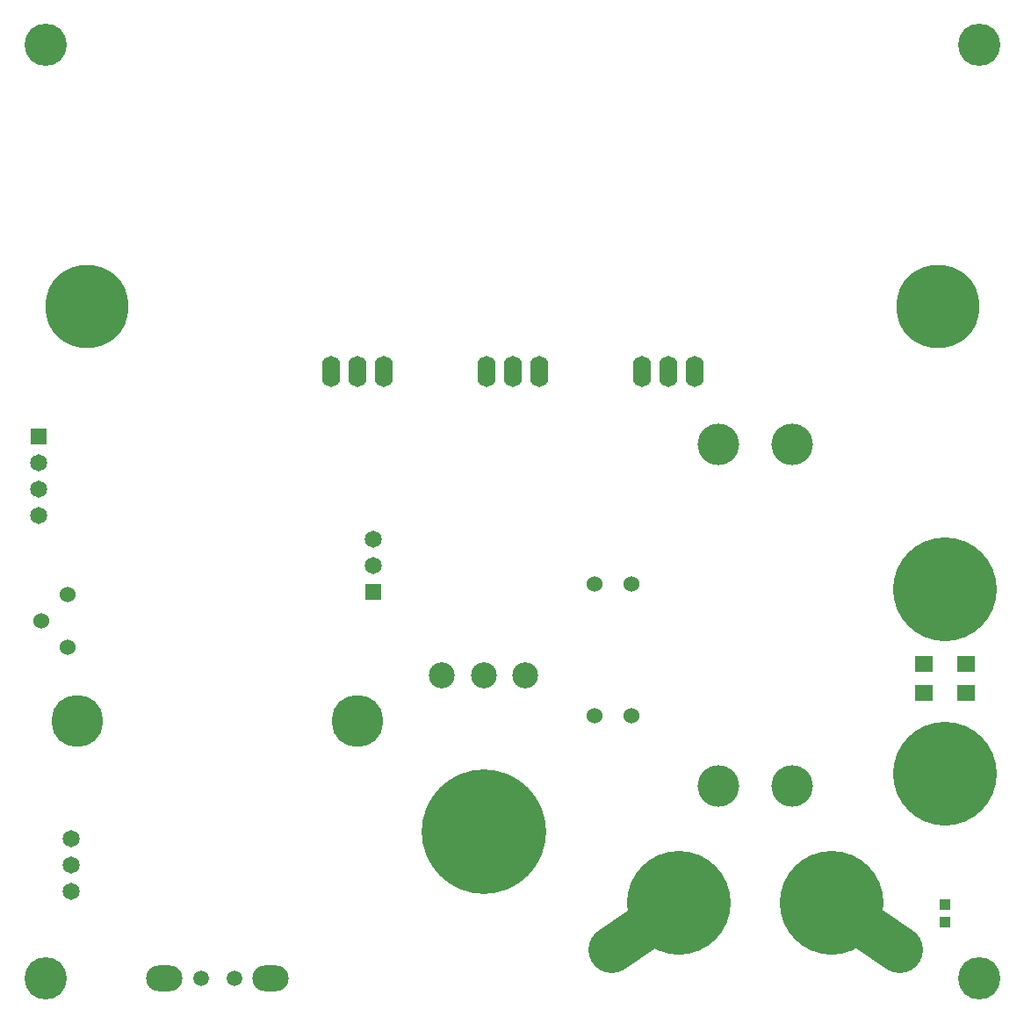
<source format=gbs>
G04 (created by PCBNEW (2013-02-09 BZR 3938)-testing) date Mon 11 Feb 2013 05:07:41 PM CET*
%MOIN*%
G04 Gerber Fmt 3.4, Leading zero omitted, Abs format*
%FSLAX34Y34*%
G01*
G70*
G90*
G04 APERTURE LIST*
%ADD10C,2.3622e-06*%
%ADD11C,0.1969*%
%ADD12O,0.1378X0.0984*%
%ADD13C,0.0591*%
%ADD14C,0.06*%
%ADD15C,0.3937*%
%ADD16C,0.1772*%
%ADD17C,0.315*%
%ADD18C,0.4724*%
%ADD19C,0.0984*%
%ADD20C,0.16*%
%ADD21C,0.1575*%
%ADD22R,0.0433X0.0393*%
%ADD23O,0.0689X0.1181*%
%ADD24R,0.0708X0.0629*%
%ADD25C,0.065*%
%ADD26R,0.0649606X0.0649606*%
%ADD27C,0.0649606*%
G04 APERTURE END LIST*
G54D10*
G54D11*
X51215Y-41000D03*
X40585Y-41000D03*
G54D12*
X47908Y-50764D03*
X43892Y-50764D03*
G54D13*
X46530Y-50764D03*
X45270Y-50764D03*
G54D14*
X40200Y-36200D03*
X39200Y-37200D03*
X40200Y-38200D03*
G54D15*
X69200Y-47900D03*
G54D16*
X70635Y-48904D02*
X71763Y-49695D01*
G54D15*
X63400Y-47900D03*
G54D16*
X61964Y-48904D02*
X60836Y-49695D01*
G54D17*
X73242Y-25290D03*
X40958Y-25290D03*
G54D18*
X56000Y-45200D03*
G54D19*
X56000Y-39294D03*
X54425Y-39294D03*
X57575Y-39294D03*
G54D20*
X39370Y-15354D03*
X74803Y-15354D03*
X39370Y-50787D03*
X74803Y-50787D03*
G54D15*
X73500Y-36000D03*
X73500Y-43000D03*
G54D21*
X67700Y-30504D03*
X67700Y-43496D03*
X64900Y-30504D03*
X64900Y-43496D03*
G54D22*
X73500Y-47966D03*
X73500Y-48634D03*
G54D23*
X51200Y-27750D03*
X52200Y-27750D03*
X50200Y-27750D03*
X63000Y-27750D03*
X64000Y-27750D03*
X62000Y-27750D03*
G54D24*
X72700Y-38849D03*
X72700Y-39951D03*
X74300Y-38849D03*
X74300Y-39951D03*
G54D23*
X57100Y-27750D03*
X58100Y-27750D03*
X56100Y-27750D03*
G54D14*
X60200Y-40800D03*
X60200Y-35800D03*
X61600Y-40800D03*
X61600Y-35800D03*
G54D25*
X40354Y-46496D03*
X40354Y-45496D03*
X40354Y-47496D03*
G54D26*
X51800Y-36100D03*
G54D27*
X51800Y-35100D03*
X51800Y-34100D03*
G54D26*
X39100Y-30200D03*
G54D27*
X39100Y-31200D03*
X39100Y-32200D03*
X39100Y-33200D03*
M02*

</source>
